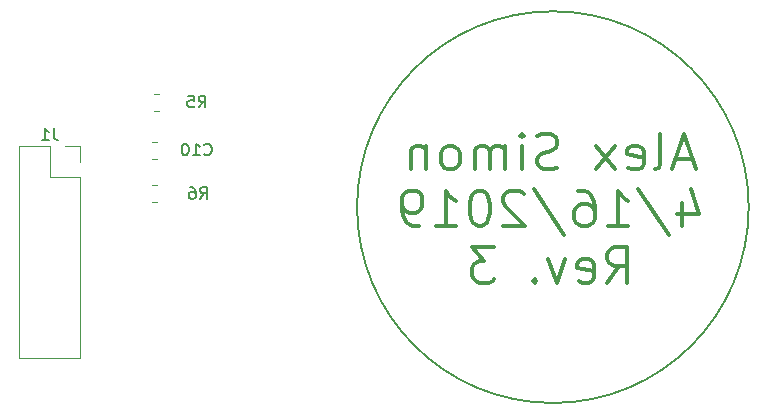
<source format=gbo>
G04 #@! TF.GenerationSoftware,KiCad,Pcbnew,5.0.0-fee4fd1~65~ubuntu17.10.1*
G04 #@! TF.CreationDate,2019-04-16T18:54:58-05:00*
G04 #@! TF.ProjectId,control_v1,636F6E74726F6C5F76312E6B69636164,1*
G04 #@! TF.SameCoordinates,Original*
G04 #@! TF.FileFunction,Legend,Bot*
G04 #@! TF.FilePolarity,Positive*
%FSLAX46Y46*%
G04 Gerber Fmt 4.6, Leading zero omitted, Abs format (unit mm)*
G04 Created by KiCad (PCBNEW 5.0.0-fee4fd1~65~ubuntu17.10.1) date Tue Apr 16 18:54:58 2019*
%MOMM*%
%LPD*%
G01*
G04 APERTURE LIST*
%ADD10C,0.200000*%
%ADD11C,0.300000*%
%ADD12C,0.120000*%
%ADD13C,0.150000*%
G04 APERTURE END LIST*
D10*
X174752000Y-93980000D02*
G75*
G03X174752000Y-93980000I-16580189J0D01*
G01*
D11*
X169988000Y-89934000D02*
X168559428Y-89934000D01*
X170273714Y-90791142D02*
X169273714Y-87791142D01*
X168273714Y-90791142D01*
X166845142Y-90791142D02*
X167130857Y-90648285D01*
X167273714Y-90362571D01*
X167273714Y-87791142D01*
X164559428Y-90648285D02*
X164845142Y-90791142D01*
X165416571Y-90791142D01*
X165702285Y-90648285D01*
X165845142Y-90362571D01*
X165845142Y-89219714D01*
X165702285Y-88934000D01*
X165416571Y-88791142D01*
X164845142Y-88791142D01*
X164559428Y-88934000D01*
X164416571Y-89219714D01*
X164416571Y-89505428D01*
X165845142Y-89791142D01*
X163416571Y-90791142D02*
X161845142Y-88791142D01*
X163416571Y-88791142D02*
X161845142Y-90791142D01*
X158559428Y-90648285D02*
X158130857Y-90791142D01*
X157416571Y-90791142D01*
X157130857Y-90648285D01*
X156988000Y-90505428D01*
X156845142Y-90219714D01*
X156845142Y-89934000D01*
X156988000Y-89648285D01*
X157130857Y-89505428D01*
X157416571Y-89362571D01*
X157988000Y-89219714D01*
X158273714Y-89076857D01*
X158416571Y-88934000D01*
X158559428Y-88648285D01*
X158559428Y-88362571D01*
X158416571Y-88076857D01*
X158273714Y-87934000D01*
X157988000Y-87791142D01*
X157273714Y-87791142D01*
X156845142Y-87934000D01*
X155559428Y-90791142D02*
X155559428Y-88791142D01*
X155559428Y-87791142D02*
X155702285Y-87934000D01*
X155559428Y-88076857D01*
X155416571Y-87934000D01*
X155559428Y-87791142D01*
X155559428Y-88076857D01*
X154130857Y-90791142D02*
X154130857Y-88791142D01*
X154130857Y-89076857D02*
X153988000Y-88934000D01*
X153702285Y-88791142D01*
X153273714Y-88791142D01*
X152988000Y-88934000D01*
X152845142Y-89219714D01*
X152845142Y-90791142D01*
X152845142Y-89219714D02*
X152702285Y-88934000D01*
X152416571Y-88791142D01*
X151988000Y-88791142D01*
X151702285Y-88934000D01*
X151559428Y-89219714D01*
X151559428Y-90791142D01*
X149702285Y-90791142D02*
X149988000Y-90648285D01*
X150130857Y-90505428D01*
X150273714Y-90219714D01*
X150273714Y-89362571D01*
X150130857Y-89076857D01*
X149988000Y-88934000D01*
X149702285Y-88791142D01*
X149273714Y-88791142D01*
X148988000Y-88934000D01*
X148845142Y-89076857D01*
X148702285Y-89362571D01*
X148702285Y-90219714D01*
X148845142Y-90505428D01*
X148988000Y-90648285D01*
X149273714Y-90791142D01*
X149702285Y-90791142D01*
X147416571Y-88791142D02*
X147416571Y-90791142D01*
X147416571Y-89076857D02*
X147273714Y-88934000D01*
X146988000Y-88791142D01*
X146559428Y-88791142D01*
X146273714Y-88934000D01*
X146130857Y-89219714D01*
X146130857Y-90791142D01*
X169130857Y-93591142D02*
X169130857Y-95591142D01*
X169845142Y-92448285D02*
X170559428Y-94591142D01*
X168702285Y-94591142D01*
X165416571Y-92448285D02*
X167988000Y-96305428D01*
X162845142Y-95591142D02*
X164559428Y-95591142D01*
X163702285Y-95591142D02*
X163702285Y-92591142D01*
X163988000Y-93019714D01*
X164273714Y-93305428D01*
X164559428Y-93448285D01*
X160273714Y-92591142D02*
X160845142Y-92591142D01*
X161130857Y-92734000D01*
X161273714Y-92876857D01*
X161559428Y-93305428D01*
X161702285Y-93876857D01*
X161702285Y-95019714D01*
X161559428Y-95305428D01*
X161416571Y-95448285D01*
X161130857Y-95591142D01*
X160559428Y-95591142D01*
X160273714Y-95448285D01*
X160130857Y-95305428D01*
X159988000Y-95019714D01*
X159988000Y-94305428D01*
X160130857Y-94019714D01*
X160273714Y-93876857D01*
X160559428Y-93734000D01*
X161130857Y-93734000D01*
X161416571Y-93876857D01*
X161559428Y-94019714D01*
X161702285Y-94305428D01*
X156559428Y-92448285D02*
X159130857Y-96305428D01*
X155702285Y-92876857D02*
X155559428Y-92734000D01*
X155273714Y-92591142D01*
X154559428Y-92591142D01*
X154273714Y-92734000D01*
X154130857Y-92876857D01*
X153988000Y-93162571D01*
X153988000Y-93448285D01*
X154130857Y-93876857D01*
X155845142Y-95591142D01*
X153988000Y-95591142D01*
X152130857Y-92591142D02*
X151845142Y-92591142D01*
X151559428Y-92734000D01*
X151416571Y-92876857D01*
X151273714Y-93162571D01*
X151130857Y-93734000D01*
X151130857Y-94448285D01*
X151273714Y-95019714D01*
X151416571Y-95305428D01*
X151559428Y-95448285D01*
X151845142Y-95591142D01*
X152130857Y-95591142D01*
X152416571Y-95448285D01*
X152559428Y-95305428D01*
X152702285Y-95019714D01*
X152845142Y-94448285D01*
X152845142Y-93734000D01*
X152702285Y-93162571D01*
X152559428Y-92876857D01*
X152416571Y-92734000D01*
X152130857Y-92591142D01*
X148273714Y-95591142D02*
X149988000Y-95591142D01*
X149130857Y-95591142D02*
X149130857Y-92591142D01*
X149416571Y-93019714D01*
X149702285Y-93305428D01*
X149988000Y-93448285D01*
X146845142Y-95591142D02*
X146273714Y-95591142D01*
X145988000Y-95448285D01*
X145845142Y-95305428D01*
X145559428Y-94876857D01*
X145416571Y-94305428D01*
X145416571Y-93162571D01*
X145559428Y-92876857D01*
X145702285Y-92734000D01*
X145988000Y-92591142D01*
X146559428Y-92591142D01*
X146845142Y-92734000D01*
X146988000Y-92876857D01*
X147130857Y-93162571D01*
X147130857Y-93876857D01*
X146988000Y-94162571D01*
X146845142Y-94305428D01*
X146559428Y-94448285D01*
X145988000Y-94448285D01*
X145702285Y-94305428D01*
X145559428Y-94162571D01*
X145416571Y-93876857D01*
X162773714Y-100391142D02*
X163773714Y-98962571D01*
X164488000Y-100391142D02*
X164488000Y-97391142D01*
X163345142Y-97391142D01*
X163059428Y-97534000D01*
X162916571Y-97676857D01*
X162773714Y-97962571D01*
X162773714Y-98391142D01*
X162916571Y-98676857D01*
X163059428Y-98819714D01*
X163345142Y-98962571D01*
X164488000Y-98962571D01*
X160345142Y-100248285D02*
X160630857Y-100391142D01*
X161202285Y-100391142D01*
X161488000Y-100248285D01*
X161630857Y-99962571D01*
X161630857Y-98819714D01*
X161488000Y-98534000D01*
X161202285Y-98391142D01*
X160630857Y-98391142D01*
X160345142Y-98534000D01*
X160202285Y-98819714D01*
X160202285Y-99105428D01*
X161630857Y-99391142D01*
X159202285Y-98391142D02*
X158488000Y-100391142D01*
X157773714Y-98391142D01*
X156630857Y-100105428D02*
X156488000Y-100248285D01*
X156630857Y-100391142D01*
X156773714Y-100248285D01*
X156630857Y-100105428D01*
X156630857Y-100391142D01*
X153202285Y-97391142D02*
X151345142Y-97391142D01*
X152345142Y-98534000D01*
X151916571Y-98534000D01*
X151630857Y-98676857D01*
X151488000Y-98819714D01*
X151345142Y-99105428D01*
X151345142Y-99819714D01*
X151488000Y-100105428D01*
X151630857Y-100248285D01*
X151916571Y-100391142D01*
X152773714Y-100391142D01*
X153059428Y-100248285D01*
X153202285Y-100105428D01*
D12*
G04 #@! TO.C,J1*
X118170000Y-88840000D02*
X116840000Y-88840000D01*
X118170000Y-90170000D02*
X118170000Y-88840000D01*
X115570000Y-88840000D02*
X112970000Y-88840000D01*
X115570000Y-91440000D02*
X115570000Y-88840000D01*
X118170000Y-91440000D02*
X115570000Y-91440000D01*
X112970000Y-88840000D02*
X112970000Y-106740000D01*
X118170000Y-91440000D02*
X118170000Y-106740000D01*
X118170000Y-106740000D02*
X112970000Y-106740000D01*
G04 #@! TO.C,R5*
X124379017Y-84380000D02*
X124794983Y-84380000D01*
X124379017Y-85800000D02*
X124794983Y-85800000D01*
G04 #@! TO.C,R6*
X124252017Y-92127000D02*
X124667983Y-92127000D01*
X124252017Y-93547000D02*
X124667983Y-93547000D01*
G04 #@! TO.C,C10*
X124252017Y-88444000D02*
X124667983Y-88444000D01*
X124252017Y-89864000D02*
X124667983Y-89864000D01*
G04 #@! TO.C,J1*
D13*
X115903333Y-87292380D02*
X115903333Y-88006666D01*
X115950952Y-88149523D01*
X116046190Y-88244761D01*
X116189047Y-88292380D01*
X116284285Y-88292380D01*
X114903333Y-88292380D02*
X115474761Y-88292380D01*
X115189047Y-88292380D02*
X115189047Y-87292380D01*
X115284285Y-87435238D01*
X115379523Y-87530476D01*
X115474761Y-87578095D01*
G04 #@! TO.C,R5*
X128182666Y-85542380D02*
X128516000Y-85066190D01*
X128754095Y-85542380D02*
X128754095Y-84542380D01*
X128373142Y-84542380D01*
X128277904Y-84590000D01*
X128230285Y-84637619D01*
X128182666Y-84732857D01*
X128182666Y-84875714D01*
X128230285Y-84970952D01*
X128277904Y-85018571D01*
X128373142Y-85066190D01*
X128754095Y-85066190D01*
X127277904Y-84542380D02*
X127754095Y-84542380D01*
X127801714Y-85018571D01*
X127754095Y-84970952D01*
X127658857Y-84923333D01*
X127420761Y-84923333D01*
X127325523Y-84970952D01*
X127277904Y-85018571D01*
X127230285Y-85113809D01*
X127230285Y-85351904D01*
X127277904Y-85447142D01*
X127325523Y-85494761D01*
X127420761Y-85542380D01*
X127658857Y-85542380D01*
X127754095Y-85494761D01*
X127801714Y-85447142D01*
G04 #@! TO.C,R6*
X128309666Y-93289380D02*
X128643000Y-92813190D01*
X128881095Y-93289380D02*
X128881095Y-92289380D01*
X128500142Y-92289380D01*
X128404904Y-92337000D01*
X128357285Y-92384619D01*
X128309666Y-92479857D01*
X128309666Y-92622714D01*
X128357285Y-92717952D01*
X128404904Y-92765571D01*
X128500142Y-92813190D01*
X128881095Y-92813190D01*
X127452523Y-92289380D02*
X127643000Y-92289380D01*
X127738238Y-92337000D01*
X127785857Y-92384619D01*
X127881095Y-92527476D01*
X127928714Y-92717952D01*
X127928714Y-93098904D01*
X127881095Y-93194142D01*
X127833476Y-93241761D01*
X127738238Y-93289380D01*
X127547761Y-93289380D01*
X127452523Y-93241761D01*
X127404904Y-93194142D01*
X127357285Y-93098904D01*
X127357285Y-92860809D01*
X127404904Y-92765571D01*
X127452523Y-92717952D01*
X127547761Y-92670333D01*
X127738238Y-92670333D01*
X127833476Y-92717952D01*
X127881095Y-92765571D01*
X127928714Y-92860809D01*
G04 #@! TO.C,C10*
X128658857Y-89511142D02*
X128706476Y-89558761D01*
X128849333Y-89606380D01*
X128944571Y-89606380D01*
X129087428Y-89558761D01*
X129182666Y-89463523D01*
X129230285Y-89368285D01*
X129277904Y-89177809D01*
X129277904Y-89034952D01*
X129230285Y-88844476D01*
X129182666Y-88749238D01*
X129087428Y-88654000D01*
X128944571Y-88606380D01*
X128849333Y-88606380D01*
X128706476Y-88654000D01*
X128658857Y-88701619D01*
X127706476Y-89606380D02*
X128277904Y-89606380D01*
X127992190Y-89606380D02*
X127992190Y-88606380D01*
X128087428Y-88749238D01*
X128182666Y-88844476D01*
X128277904Y-88892095D01*
X127087428Y-88606380D02*
X126992190Y-88606380D01*
X126896952Y-88654000D01*
X126849333Y-88701619D01*
X126801714Y-88796857D01*
X126754095Y-88987333D01*
X126754095Y-89225428D01*
X126801714Y-89415904D01*
X126849333Y-89511142D01*
X126896952Y-89558761D01*
X126992190Y-89606380D01*
X127087428Y-89606380D01*
X127182666Y-89558761D01*
X127230285Y-89511142D01*
X127277904Y-89415904D01*
X127325523Y-89225428D01*
X127325523Y-88987333D01*
X127277904Y-88796857D01*
X127230285Y-88701619D01*
X127182666Y-88654000D01*
X127087428Y-88606380D01*
G04 #@! TD*
M02*

</source>
